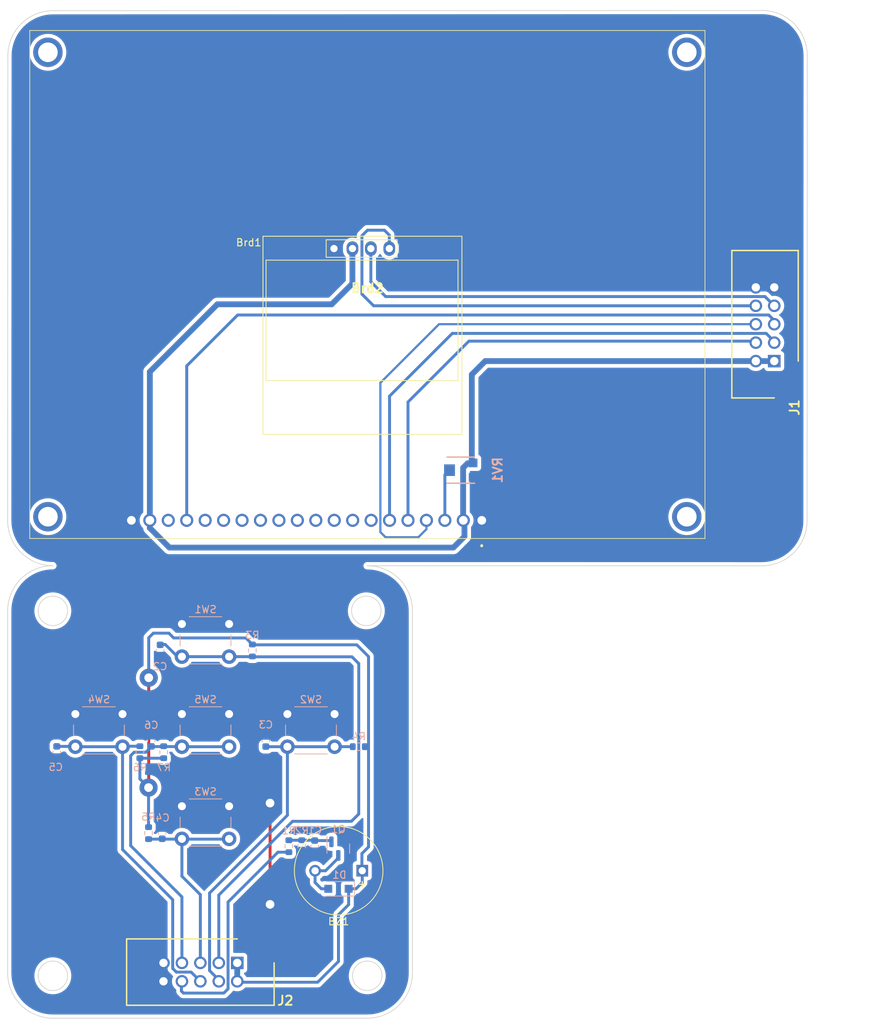
<source format=kicad_pcb>
(kicad_pcb (version 20211014) (generator pcbnew)
  (layers (0 "F.Cu" signal) (31 "B.Cu" signal) (34 "B.Paste" user) (35 "F.Paste" user) (36 "B.SilkS" user "B.Silkscreen") (37 "F.SilkS" user "F.Silkscreen") (38 "B.Mask" user) (39 "F.Mask" user) (44 "Edge.Cuts" user))
  (net 0 "")
  (net 1 "/I2C_SDA")
  (net 2 "/I2C_SCL")
  (net 3 "GND")
  (net 4 "+3V3")
  (net 5 "Net-(BZ1-Pad2)")
  (net 6 "Net-(C1-Pad1)")
  (net 7 "Net-(Brd2-Pad3)")
  (net 17 "/LCD_RST")
  (net 18 "/LCD_RW")
  (net 19 "/LCD_CS")
  (net 20 "/LCD_CLK")
  (net 22 "/UP_BTN")
  (net 23 "/LT_BTN")
  (net 24 "/DWN_BTN")
  (net 25 "/RT_BTN")
  (net 26 "/OK_BTN")
  (net 27 "/BUZZER")
  (footprint "footprint_lib:SHDR10W66P254_2X5_2019X914X986P" (layer "F.Cu") (at 126.6906 161.8788)
    (fp_text reference "J2" (at 6.634 5.2024) (layer "F.SilkS") (effects (font (size 1.27 1.27) (thickness 0.254))))
    (fp_text value "USER BOARD BUTTON" hide)
    (fp_line (start 0 -3.302) (end -15.24 -3.302) (layer "F.SilkS") (width 0.2))
    (fp_line (start -15.24 5.842) (end 5.08 5.842) (layer "F.SilkS") (width 0.2))
    (fp_line (start -15.24 -3.302) (end -15.24 5.842) (layer "F.SilkS") (width 0.2))
    (fp_line (start 5.08 5.842) (end 5.08 0) (layer "F.SilkS") (width 0.2))
    (pad "1" thru_hole rect locked (at 0 0) (size 1.725 1.725) (drill 1.15) (layers *.Cu *.Mask) (net 4 "+3V3"))
    (pad "2" thru_hole circle locked (at 0 2.54) (size 1.725 1.725) (drill 1.15) (layers *.Cu *.Mask) (net 4 "+3V3"))
    (pad "3" thru_hole circle locked (at -2.54 0) (size 1.725 1.725) (drill 1.15) (layers *.Cu *.Mask) (net 22 "/UP_BTN"))
    (pad "4" thru_hole circle locked (at -2.54 2.54) (size 1.725 1.725) (drill 1.15) (layers *.Cu *.Mask) (net 23 "/LT_BTN"))
    (pad "5" thru_hole circle locked (at -5.08 0) (size 1.725 1.725) (drill 1.15) (layers *.Cu *.Mask) (net 24 "/DWN_BTN"))
    (pad "6" thru_hole circle locked (at -5.08 2.54) (size 1.725 1.725) (drill 1.15) (layers *.Cu *.Mask) (net 25 "/RT_BTN"))
    (pad "7" thru_hole circle locked (at -7.62 0) (size 1.725 1.725) (drill 1.15) (layers *.Cu *.Mask) (net 26 "/OK_BTN"))
    (pad "8" thru_hole circle locked (at -7.62 2.54) (size 1.725 1.725) (drill 1.15) (layers *.Cu *.Mask) (net 27 "/BUZZER"))
    (pad "9" thru_hole circle locked (at -10.16 0) (size 1.725 1.725) (drill 1.15) (layers *.Cu *.Mask) (net 3 "GND"))
    (pad "10" thru_hole circle locked (at -10.16 2.54) (size 1.725 1.725) (drill 1.15) (layers *.Cu *.Mask) (net 3 "GND"))
  )
  (footprint "Buzzer_Beeper:MagneticBuzzer_ProSignal_ABT-410-RC" (layer "F.Cu") (at 143.9106 149.1788 180)
    (fp_text reference "BZ1" (at 3.25 -7) (layer "F.SilkS"))
    (fp_text value "3V3 Buzzer")
    (fp_text user "+" (at 0 -1.8) (layer "F.SilkS"))
    (fp_circle (center 3.25 0) (end 9.35 0) (layer "F.SilkS") (width 0.12) (fill none))
    (pad "1" thru_hole rect (at 0 0 180) (size 1.6 1.6) (drill 1) (layers *.Cu *.Mask) (net 4 "+3V3"))
    (pad "2" thru_hole circle (at 6.5 0 180) (size 1.6 1.6) (drill 1) (layers *.Cu *.Mask) (net 5 "Net-(BZ1-Pad2)"))
  )
  (footprint "footprint_lib:SHDR10W66P254_2X5_2019X914X986P" (layer "F.Cu") (at 200.66 78.9478 -90)
    (fp_text reference "J1" (at 6.3962 -2.794 90) (layer "F.SilkS") (effects (font (size 1.27 1.27) (thickness 0.254))))
    (fp_text value "USER BOARD DISPLAY" hide)
    (fp_line (start 0 -3.302) (end -15.24 -3.302) (layer "F.SilkS") (width 0.2))
    (fp_line (start 5.08 5.842) (end 5.08 0) (layer "F.SilkS") (width 0.2))
    (fp_line (start -15.24 -3.302) (end -15.24 5.842) (layer "F.SilkS") (width 0.2))
    (fp_line (start -15.24 5.842) (end 5.08 5.842) (layer "F.SilkS") (width 0.2))
    (pad "1" thru_hole rect locked (at 0 0 270) (size 1.725 1.725) (drill 1.15) (layers *.Cu *.Mask) (net 4 "+3V3"))
    (pad "2" thru_hole circle locked (at 0 2.54 270) (size 1.725 1.725) (drill 1.15) (layers *.Cu *.Mask) (net 4 "+3V3"))
    (pad "3" thru_hole circle locked (at -2.54 0 270) (size 1.725 1.725) (drill 1.15) (layers *.Cu *.Mask) (net 20 "/LCD_CLK"))
    (pad "4" thru_hole circle locked (at -2.54 2.54 270) (size 1.725 1.725) (drill 1.15) (layers *.Cu *.Mask) (net 18 "/LCD_RW"))
    (pad "5" thru_hole circle locked (at -5.08 0 270) (size 1.725 1.725) (drill 1.15) (layers *.Cu *.Mask) (net 17 "/LCD_RST"))
    (pad "6" thru_hole circle locked (at -5.08 2.54 270) (size 1.725 1.725) (drill 1.15) (layers *.Cu *.Mask) (net 19 "/LCD_CS"))
    (pad "7" thru_hole circle locked (at -7.62 0 270) (size 1.725 1.725) (drill 1.15) (layers *.Cu *.Mask) (net 2 "/I2C_SCL"))
    (pad "8" thru_hole circle locked (at -7.62 2.54 270) (size 1.725 1.725) (drill 1.15) (layers *.Cu *.Mask) (net 1 "/I2C_SDA"))
    (pad "9" thru_hole circle locked (at -10.16 0 270) (size 1.725 1.725) (drill 1.15) (layers *.Cu *.Mask) (net 3 "GND"))
    (pad "10" thru_hole circle locked (at -10.16 2.54 270) (size 1.725 1.725) (drill 1.15) (layers *.Cu *.Mask) (net 3 "GND"))
  )
  (footprint "footprint_lib:NHD12864AZFSWGBWVZ" (layer "F.Cu") (at 160.371 100.8934)
    (fp_text reference "Brd2" (at -15.755 -32) (layer "F.SilkS") (effects (font (size 1.27 1.27) (thickness 0.254))))
    (fp_text value "12864 LCD" hide)
    (fp_line (start -62.26 -67.5) (end 30.75 -67.5) (layer "F.SilkS") (width 0.1))
    (fp_line (start 0 3.4) (end 0 3.4) (layer "F.SilkS") (width 0.2))
    (fp_line (start 0 3.6) (end 0 3.6) (layer "F.SilkS") (width 0.2))
    (fp_line (start -62.26 2.5) (end -62.26 -67.5) (layer "F.SilkS") (width 0.1))
    (fp_line (start 30.75 -67.5) (end 30.75 2.5) (layer "F.SilkS") (width 0.1))
    (fp_line (start 0 3.4) (end 0 3.4) (layer "F.SilkS") (width 0.2))
    (fp_line (start 30.75 2.5) (end -62.26 2.5) (layer "F.SilkS") (width 0.1))
    (fp_arc (start 0 3.6) (mid -0.1 3.5) (end 0 3.4) (layer "F.SilkS") (width 0.2))
    (fp_arc (start 0 3.4) (mid 0.1 3.5) (end 0 3.6) (layer "F.SilkS") (width 0.2))
    (fp_arc (start 0 3.6) (mid -0.1 3.5) (end 0 3.4) (layer "F.SilkS") (width 0.2))
    (pad "1" thru_hole circle locked (at 0 0) (size 1.8 1.8) (drill 1.2) (layers *.Cu *.Mask) (net 3 "GND"))
    (pad "2" thru_hole circle locked (at -2.54 0) (size 1.8 1.8) (drill 1.2) (layers *.Cu *.Mask) (net 4 "+3V3"))
    (pad "3" thru_hole circle locked (at -5.08 0) (size 1.8 1.8) (drill 1.2) (layers *.Cu *.Mask) (net 7 "Net-(Brd2-Pad3)"))
    (pad "4" thru_hole circle locked (at -7.62 0) (size 1.8 1.8) (drill 1.2) (layers *.Cu *.Mask) (net 19 "/LCD_CS"))
    (pad "5" thru_hole circle locked (at -10.16 0) (size 1.8 1.8) (drill 1.2) (layers *.Cu *.Mask) (net 18 "/LCD_RW"))
    (pad "6" thru_hole circle locked (at -12.7 0) (size 1.8 1.8) (drill 1.2) (layers *.Cu *.Mask) (net 20 "/LCD_CLK"))
    (pad "7" thru_hole circle locked (at -15.24 0) (size 1.8 1.8) (drill 1.2) (layers *.Cu *.Mask))
    (pad "8" thru_hole circle locked (at -17.78 0) (size 1.8 1.8) (drill 1.2) (layers *.Cu *.Mask))
    (pad "9" thru_hole circle locked (at -20.32 0) (size 1.8 1.8) (drill 1.2) (layers *.Cu *.Mask))
    (pad "10" thru_hole circle locked (at -22.86 0) (size 1.8 1.8) (drill 1.2) (layers *.Cu *.Mask))
    (pad "11" thru_hole circle locked (at -25.4 0) (size 1.8 1.8) (drill 1.2) (layers *.Cu *.Mask))
    (pad "12" thru_hole circle locked (at -27.94 0) (size 1.8 1.8) (drill 1.2) (layers *.Cu *.Mask))
    (pad "13" thru_hole circle locked (at -30.48 0) (size 1.8 1.8) (drill 1.2) (layers *.Cu *.Mask))
    (pad "14" thru_hole circle locked (at -33.02 0) (size 1.8 1.8) (drill 1.2) (layers *.Cu *.Mask))
    (pad "15" thru_hole circle locked (at -35.56 0) (size 1.8 1.8) (drill 1.2) (layers *.Cu *.Mask))
    (pad "16" thru_hole circle locked (at -38.1 0) (size 1.8 1.8) (drill 1.2) (layers *.Cu *.Mask))
    (pad "17" thru_hole circle locked (at -40.64 0) (size 1.8 1.8) (drill 1.2) (layers *.Cu *.Mask) (net 17 "/LCD_RST"))
    (pad "18" thru_hole circle locked (at -43.18 0) (size 1.8 1.8) (drill 1.2) (layers *.Cu *.Mask))
    (pad "19" thru_hole circle locked (at -45.72 0) (size 1.8 1.8) (drill 1.2) (layers *.Cu *.Mask) (net 4 "+3V3"))
    (pad "20" thru_hole circle locked (at -48.26 0) (size 1.8 1.8) (drill 1.2) (layers *.Cu *.Mask) (net 3 "GND"))
    (pad "MH1" thru_hole circle locked (at 28.24 -0.5) (size 4.05 4.05) (drill 2.7) (layers *.Cu *.Mask))
    (pad "MH2" thru_hole circle locked (at -59.76 -0.5) (size 4.05 4.05) (drill 2.7) (layers *.Cu *.Mask))
    (pad "MH3" thru_hole circle locked (at -59.76 -64.5) (size 4.05 4.05) (drill 2.7) (layers *.Cu *.Mask))
    (pad "MH4" thru_hole circle locked (at 28.24 -64.5) (size 4.05 4.05) (drill 2.7) (layers *.Cu *.Mask))
  )
  (footprint "footprint_lib:128x64OLED" (layer "F.Cu") (at 143.637 74.041)
    (fp_text reference "Brd1" (at -15.367 -11.43) (layer "F.SilkS"))
    (fp_text value "SSD1306")
    (fp_line (start 13.462 -9.017) (end 13.208 -9.005) (layer "F.SilkS") (width 0.12))
    (fp_line (start 10.122 7.595) (end 13.462 7.62) (layer "F.SilkS") (width 0.12))
    (fp_line (start 5.08 -9.398) (end -4.699 -9.398) (layer "F.SilkS") (width 0.12))
    (fp_line (start -4.699 -11.811) (end -4.699 -9.398) (layer "F.SilkS") (width 0.12))
    (fp_line (start 13.462 7.62) (end 13.462 -9.017) (layer "F.SilkS") (width 0.12))
    (fp_line (start 14 15) (end -13.4 15) (layer "F.SilkS") (width 0.12))
    (fp_line (start 10.122 -9.005) (end 13.208 -9.005) (layer "F.SilkS") (width 0.12))
    (fp_line (start -13.4 15) (end -13.4 -12.3) (layer "F.SilkS") (width 0.12))
    (fp_line (start -12.978 -9.005) (end 10.122 -9.005) (layer "F.SilkS") (width 0.12))
    (fp_line (start -4.699 -11.811) (end 5.08 -11.811) (layer "F.SilkS") (width 0.12))
    (fp_line (start 5.08 -11.811) (end 5.08 -9.398) (layer "F.SilkS") (width 0.12))
    (fp_line (start -13.4 -12.3) (end 14 -12.3) (layer "F.SilkS") (width 0.12))
    (fp_line (start 14 -12.3) (end 14 15) (layer "F.SilkS") (width 0.12))
    (fp_line (start 10.122 7.595) (end -12.978 7.595) (layer "F.SilkS") (width 0.12))
    (fp_line (start -12.978 7.595) (end -12.978 -9.005) (layer "F.SilkS") (width 0.12))
    (pad "1" thru_hole oval locked (at -3.62 -10.6 90) (size 2 1.6) (drill 1) (layers *.Cu *.Mask) (net 3 "GND"))
    (pad "2" thru_hole oval locked (at -1.08 -10.6 90) (size 2 1.6) (drill 1) (layers *.Cu *.Mask) (net 4 "+3V3"))
    (pad "3" thru_hole oval locked (at 1.46 -10.6 90) (size 2 1.6) (drill 1) (layers *.Cu *.Mask) (net 2 "/I2C_SCL"))
    (pad "4" thru_hole oval locked (at 4 -10.6 90) (size 2 1.6) (drill 1) (layers *.Cu *.Mask) (net 1 "/I2C_SDA"))
  )
  (footprint "Capacitor_SMD:C_0603_1608Metric" (layer "B.Cu") (at 114.8542 131.2718 90)
    (fp_text reference "C6" (at 2.159 0) (layer "B.SilkS") (effects (justify mirror)))
    (fp_text value "100nF")
    (fp_line (start -0.14058 -0.51) (end 0.14058 -0.51) (layer "B.SilkS") (width 0.12))
    (fp_line (start -0.14058 0.51) (end 0.14058 0.51) (layer "B.SilkS") (width 0.12))
    (pad "1" smd roundrect (at -0.775 0 90) (size 0.9 0.95) (layers "B.Cu" "B.Paste" "B.Mask") (net 26 "/OK_BTN"))
    (pad "2" smd roundrect (at 0.775 0 90) (size 0.9 0.95) (layers "B.Cu" "B.Paste" "B.Mask") (net 3 "GND"))
  )
  (footprint "Resistor_SMD:R_0603_1608Metric" (layer "B.Cu") (at 113.2794 132.8466 90)
    (fp_text reference "R6" (at -2.1082 0.0254) (layer "B.SilkS") (effects (justify mirror)))
    (fp_text value "1k")
    (fp_line (start -0.237258 -0.5225) (end 0.237258 -0.5225) (layer "B.SilkS") (width 0.12))
    (fp_line (start -0.237258 0.5225) (end 0.237258 0.5225) (layer "B.SilkS") (width 0.12))
    (pad "1" smd roundrect (at -0.825 0 90) (size 0.8 0.95) (layers "B.Cu" "B.Paste" "B.Mask") (net 4 "+3V3"))
    (pad "2" smd roundrect (at 0.825 0 90) (size 0.8 0.95) (layers "B.Cu" "B.Paste" "B.Mask") (net 25 "/RT_BTN"))
  )
  (footprint "Button_Switch_THT:SW_PUSH_6mm" (layer "B.Cu") (at 140.1006 127.5888 180)
    (fp_text reference "SW2" (at 3.25 2) (layer "B.SilkS") (effects (justify mirror)))
    (fp_text value "LT")
    (fp_line (start -0.25 -1.5) (end -0.25 -3) (layer "B.SilkS") (width 0.12))
    (fp_line (start 6.75 -3) (end 6.75 -1.5) (layer "B.SilkS") (width 0.12))
    (fp_line (start 1 -5.5) (end 5.5 -5.5) (layer "B.SilkS") (width 0.12))
    (fp_line (start 5.5 1) (end 1 1) (layer "B.SilkS") (width 0.12))
    (pad "1" thru_hole circle (at 6.5 0 90) (size 2 2) (drill 1.1) (layers *.Cu *.Mask) (net 3 "GND"))
    (pad "1" thru_hole circle (at 0 0 90) (size 2 2) (drill 1.1) (layers *.Cu *.Mask) (net 3 "GND"))
    (pad "2" thru_hole circle (at 6.5 -4.5 90) (size 2 2) (drill 1.1) (layers *.Cu *.Mask) (net 23 "/LT_BTN"))
    (pad "2" thru_hole circle (at 0 -4.5 90) (size 2 2) (drill 1.1) (layers *.Cu *.Mask) (net 23 "/LT_BTN"))
  )
  (footprint "Resistor_SMD:R_0603_1608Metric" (layer "B.Cu") (at 135.5806 145.8006 -90)
    (fp_text reference "R2" (at -2.1844 0 180) (layer "B.SilkS") (effects (justify mirror)))
    (fp_text value "100k")
    (fp_line (start -0.237258 -0.5225) (end 0.237258 -0.5225) (layer "B.SilkS") (width 0.12))
    (fp_line (start -0.237258 0.5225) (end 0.237258 0.5225) (layer "B.SilkS") (width 0.12))
    (pad "1" smd roundrect (at -0.825 0 270) (size 0.8 0.95) (layers "B.Cu" "B.Paste" "B.Mask") (net 6 "Net-(C1-Pad1)"))
    (pad "2" smd roundrect (at 0.825 0 270) (size 0.8 0.95) (layers "B.Cu" "B.Paste" "B.Mask") (net 3 "GND"))
  )
  (footprint "Button_Switch_THT:SW_PUSH_6mm" (layer "B.Cu") (at 110.8906 127.5888 180)
    (fp_text reference "SW4" (at 3.25 2) (layer "B.SilkS") (effects (justify mirror)))
    (fp_text value "RT")
    (fp_line (start 6.75 -3) (end 6.75 -1.5) (layer "B.SilkS") (width 0.12))
    (fp_line (start 1 -5.5) (end 5.5 -5.5) (layer "B.SilkS") (width 0.12))
    (fp_line (start 5.5 1) (end 1 1) (layer "B.SilkS") (width 0.12))
    (fp_line (start -0.25 -1.5) (end -0.25 -3) (layer "B.SilkS") (width 0.12))
    (pad "1" thru_hole circle (at 6.5 0 90) (size 2 2) (drill 1.1) (layers *.Cu *.Mask) (net 3 "GND"))
    (pad "1" thru_hole circle (at 0 0 90) (size 2 2) (drill 1.1) (layers *.Cu *.Mask) (net 3 "GND"))
    (pad "2" thru_hole circle (at 0 -4.5 90) (size 2 2) (drill 1.1) (layers *.Cu *.Mask) (net 25 "/RT_BTN"))
    (pad "2" thru_hole circle (at 6.5 -4.5 90) (size 2 2) (drill 1.1) (layers *.Cu *.Mask) (net 25 "/RT_BTN"))
  )
  (footprint "Capacitor_SMD:C_0603_1608Metric" (layer "B.Cu") (at 137.3586 145.8006 -90)
    (fp_text reference "C1" (at -2.2098 -0.0254 180) (layer "B.SilkS") (effects (justify mirror)))
    (fp_text value "100nF")
    (fp_line (start -0.14058 -0.51) (end 0.14058 -0.51) (layer "B.SilkS") (width 0.12))
    (fp_line (start -0.14058 0.51) (end 0.14058 0.51) (layer "B.SilkS") (width 0.12))
    (pad "1" smd roundrect (at -0.775 0 270) (size 0.9 0.95) (layers "B.Cu" "B.Paste" "B.Mask") (net 6 "Net-(C1-Pad1)"))
    (pad "2" smd roundrect (at 0.775 0 270) (size 0.9 0.95) (layers "B.Cu" "B.Paste" "B.Mask") (net 3 "GND"))
  )
  (footprint "Button_Switch_THT:SW_PUSH_6mm" (layer "B.Cu") (at 125.5706 127.5888 180)
    (fp_text reference "SW5" (at 3.25 2) (layer "B.SilkS") (effects (justify mirror)))
    (fp_text value "OK")
    (fp_line (start 1 -5.5) (end 5.5 -5.5) (layer "B.SilkS") (width 0.12))
    (fp_line (start 6.75 -3) (end 6.75 -1.5) (layer "B.SilkS") (width 0.12))
    (fp_line (start 5.5 1) (end 1 1) (layer "B.SilkS") (width 0.12))
    (fp_line (start -0.25 -1.5) (end -0.25 -3) (layer "B.SilkS") (width 0.12))
    (pad "1" thru_hole circle (at 6.5 0 90) (size 2 2) (drill 1.1) (layers *.Cu *.Mask) (net 3 "GND"))
    (pad "1" thru_hole circle (at 0 0 90) (size 2 2) (drill 1.1) (layers *.Cu *.Mask) (net 3 "GND"))
    (pad "2" thru_hole circle (at 0 -4.5 90) (size 2 2) (drill 1.1) (layers *.Cu *.Mask) (net 26 "/OK_BTN"))
    (pad "2" thru_hole circle (at 6.5 -4.5 90) (size 2 2) (drill 1.1) (layers *.Cu *.Mask) (net 26 "/OK_BTN"))
  )
  (footprint "Capacitor_SMD:C_0603_1608Metric" (layer "B.Cu") (at 116.3528 143.9972 90)
    (fp_text reference "C4" (at 2.1082 0.0508 180) (layer "B.SilkS") (effects (justify mirror)))
    (fp_text value "100nF")
    (fp_line (start -0.14058 0.51) (end 0.14058 0.51) (layer "B.SilkS") (width 0.12))
    (fp_line (start -0.14058 -0.51) (end 0.14058 -0.51) (layer "B.SilkS") (width 0.12))
    (pad "1" smd roundrect (at -0.775 0 90) (size 0.9 0.95) (layers "B.Cu" "B.Paste" "B.Mask") (net 24 "/DWN_BTN"))
    (pad "2" smd roundrect (at 0.775 0 90) (size 0.9 0.95) (layers "B.Cu" "B.Paste" "B.Mask") (net 3 "GND"))
  )
  (footprint "Capacitor_SMD:C_0603_1608Metric" (layer "B.Cu") (at 101.824 132.8212 -90)
    (fp_text reference "C5" (at 2.0828 0.127) (layer "B.SilkS") (effects (justify mirror)))
    (fp_text value "100nF")
    (fp_line (start -0.14058 -0.51) (end 0.14058 -0.51) (layer "B.SilkS") (width 0.12))
    (fp_line (start -0.14058 0.51) (end 0.14058 0.51) (layer "B.SilkS") (width 0.12))
    (pad "1" smd roundrect (at -0.775 0 270) (size 0.9 0.95) (layers "B.Cu" "B.Paste" "B.Mask") (net 25 "/RT_BTN"))
    (pad "2" smd roundrect (at 0.775 0 270) (size 0.9 0.95) (layers "B.Cu" "B.Paste" "B.Mask") (net 3 "GND"))
  )
  (footprint "Resistor_SMD:R_0603_1608Metric" (layer "B.Cu") (at 128.7734 118.8258 -90)
    (fp_text reference "R3" (at -2.1082 0 180) (layer "B.SilkS") (effects (justify mirror)))
    (fp_text value "1k")
    (fp_line (start -0.237258 -0.5225) (end 0.237258 -0.5225) (layer "B.SilkS") (width 0.12))
    (fp_line (start -0.237258 0.5225) (end 0.237258 0.5225) (layer "B.SilkS") (width 0.12))
    (pad "1" smd roundrect (at -0.825 0 270) (size 0.8 0.95) (layers "B.Cu" "B.Paste" "B.Mask") (net 4 "+3V3"))
    (pad "2" smd roundrect (at 0.825 0 270) (size 0.8 0.95) (layers "B.Cu" "B.Paste" "B.Mask") (net 22 "/UP_BTN"))
  )
  (footprint "footprint_lib:TC33X2503E" (layer "B.Cu") (at 157.48 93.98 -90)
    (fp_text reference "RV1" (at 0 -5.08 90) (layer "B.SilkS") (effects (font (size 1.27 1.27) (thickness 0.254)) (justify mirror)))
    (fp_text value "10K" hide)
    (fp_line (start -1.052 -2.625) (end -1.052 -2.625) (layer "B.SilkS") (width 0.022))
    (fp_line (start -1.03 -2.625) (end -1.03 -2.625) (layer "B.SilkS") (width 0.022))
    (fp_line (start -1.8 1.9) (end -1.8 -1.9) (layer "B.SilkS") (width 0.2))
    (fp_line (start 1.8 -1.9) (end 1.8 1.9) (layer "B.SilkS") (width 0.2))
    (fp_arc (start -1.052 -2.625) (mid -1.041 -2.636) (end -1.03 -2.625) (layer "B.SilkS") (width 0.022))
    (fp_arc (start -1.03 -2.625) (mid -1.041 -2.614) (end -1.052 -2.625) (layer "B.SilkS") (width 0.022))
    (pad "1" smd rect locked (at -1 -1.7 180) (size 1.2 1.2) (layers "B.Cu" "B.Paste" "B.Mask") (net 4 "+3V3"))
    (pad "2" smd rect locked (at 0 1.55 180) (size 1.5 1.6) (layers "B.Cu" "B.Paste" "B.Mask") (net 7 "Net-(Brd2-Pad3)"))
    (pad "3" smd rect locked (at 1 -1.7 180) (size 1.2 1.2) (layers "B.Cu" "B.Paste" "B.Mask") (net 3 "GND"))
  )
  (footprint "Resistor_SMD:R_0603_1608Metric" (layer "B.Cu") (at 143.4292 132.0846 180)
    (fp_text reference "R4" (at 0 1.397 180) (layer "B.SilkS") (effects (justify mirror)))
    (fp_text value "1k")
    (fp_line (start -0.237258 -0.5225) (end 0.237258 -0.5225) (layer "B.SilkS") (width 0.12))
    (fp_line (start -0.237258 0.5225) (end 0.237258 0.5225) (layer "B.SilkS") (width 0.12))
    (pad "1" smd roundrect (at -0.825 0 180) (size 0.8 0.95) (layers "B.Cu" "B.Paste" "B.Mask") (net 4 "+3V3"))
    (pad "2" smd roundrect (at 0.825 0 180) (size 0.8 0.95) (layers "B.Cu" "B.Paste" "B.Mask") (net 23 "/LT_BTN"))
  )
  (footprint "Resistor_SMD:R_0603_1608Metric" (layer "B.Cu") (at 114.4732 143.9972 -90)
    (fp_text reference "R5" (at -2.2352 0.0254 180) (layer "B.SilkS") (effects (justify mirror)))
    (fp_text value "1k")
    (fp_line (start -0.237258 0.5225) (end 0.237258 0.5225) (layer "B.SilkS") (width 0.12))
    (fp_line (start -0.237258 -0.5225) (end 0.237258 -0.5225) (layer "B.SilkS") (width 0.12))
    (pad "1" smd roundrect (at -0.825 0 270) (size 0.8 0.95) (layers "B.Cu" "B.Paste" "B.Mask") (net 4 "+3V3"))
    (pad "2" smd roundrect (at 0.825 0 270) (size 0.8 0.95) (layers "B.Cu" "B.Paste" "B.Mask") (net 24 "/DWN_BTN"))
  )
  (footprint "Button_Switch_THT:SW_PUSH_6mm" (layer "B.Cu") (at 125.5706 115.1788 180)
    (fp_text reference "SW1" (at 3.25 2) (layer "B.SilkS") (effects (justify mirror)))
    (fp_text value "UP")
    (fp_line (start -0.25 -1.5) (end -0.25 -3) (layer "B.SilkS") (width 0.12))
    (fp_line (start 5.5 1) (end 1 1) (layer "B.SilkS") (width 0.12))
    (fp_line (start 6.75 -3) (end 6.75 -1.5) (layer "B.SilkS") (width 0.12))
    (fp_line (start 1 -5.5) (end 5.5 -5.5) (layer "B.SilkS") (width 0.12))
    (pad "1" thru_hole circle (at 6.5 0 90) (size 2 2) (drill 1.1) (layers *.Cu *.Mask) (net 3 "GND"))
    (pad "1" thru_hole circle (at 0 0 90) (size 2 2) (drill 1.1) (layers *.Cu *.Mask) (net 3 "GND"))
    (pad "2" thru_hole circle (at 6.5 -4.5 90) (size 2 2) (drill 1.1) (layers *.Cu *.Mask) (net 22 "/UP_BTN"))
    (pad "2" thru_hole circle (at 0 -4.5 90) (size 2 2) (drill 1.1) (layers *.Cu *.Mask) (net 22 "/UP_BTN"))
  )
  (footprint "Capacitor_SMD:C_0603_1608Metric" (layer "B.Cu") (at 130.6276 131.2972 90)
    (fp_text reference "C3" (at 2.2352 0 180) (layer "B.SilkS") (effects (justify mirror)))
    (fp_text value "100nF")
    (fp_line (start -0.14058 -0.51) (end 0.14058 -0.51) (layer "B.SilkS") (width 0.12))
    (fp_line (start -0.14058 0.51) (end 0.14058 0.51) (layer "B.SilkS") (width 0.12))
    (pad "1" smd roundrect (at -0.775 0 90) (size 0.9 0.95) (layers "B.Cu" "B.Paste" "B.Mask") (net 23 "/LT_BTN"))
    (pad "2" smd roundrect (at 0.775 0 90) (size 0.9 0.95) (layers "B.Cu" "B.Paste" "B.Mask") (net 3 "GND"))
  )
  (footprint "Button_Switch_THT:SW_PUSH_6mm" (layer "B.Cu") (at 125.5706 140.2888 180)
    (fp_text reference "SW3" (at 3.25 2) (layer "B.SilkS") (effects (justify mirror)))
    (fp_text value "DWN")
    (fp_line (start 5.5 1) (end 1 1) (layer "B.SilkS") (width 0.12))
    (fp_line (start -0.25 -1.5) (end -0.25 -3) (layer "B.SilkS") (width 0.12))
    (fp_line (start 1 -5.5) (end 5.5 -5.5) (layer "B.SilkS") (width 0.12))
    (fp_line (start 6.75 -3) (end 6.75 -1.5) (layer "B.SilkS") (width 0.12))
    (pad "1" thru_hole circle (at 6.5 0 90) (size 2 2) (drill 1.1) (layers *.Cu *.Mask) (net 3 "GND"))
    (pad "1" thru_hole circle (at 0 0 90) (size 2 2) (drill 1.1) (layers *.Cu *.Mask) (net 3 "GND"))
    (pad "2" thru_hole circle (at 0 -4.5 90) (size 2 2) (drill 1.1) (layers *.Cu *.Mask) (net 24 "/DWN_BTN"))
    (pad "2" thru_hole circle (at 6.5 -4.5 90) (size 2 2) (drill 1.1) (layers *.Cu *.Mask) (net 24 "/DWN_BTN"))
  )
  (footprint "Diode_SMD:D_SOD-123F" (layer "B.Cu") (at 140.6352 151.668 180)
    (fp_text reference "D1" (at -0.127 1.905) (layer "B.SilkS") (effects (justify mirror)))
    (fp_text value "DSS34")
    (fp_line (start -2.2 1) (end 1.65 1) (layer "B.SilkS") (width 0.12))
    (fp_line (start -2.2 1) (end -2.2 -1) (layer "B.SilkS") (width 0.12))
    (fp_line (start -2.2 -1) (end 1.65 -1) (layer "B.SilkS") (width 0.12))
    (pad "1" smd rect (at -1.4 0 180) (size 1.1 1.1) (layers "B.Cu" "B.Paste" "B.Mask") (net 4 "+3V3"))
    (pad "2" smd rect (at 1.4 0 180) (size 1.1 1.1) (layers "B.Cu" "B.Paste" "B.Mask") (net 5 "Net-(BZ1-Pad2)"))
  )
  (footprint "Capacitor_SMD:C_0603_1608Metric" (layer "B.Cu") (at 116.0734 118.8258 -90)
    (fp_text reference "C2" (at 2.2098 0) (layer "B.SilkS") (effects (justify mirror)))
    (fp_text value "100nF")
    (fp_line (start -0.14058 -0.51) (end 0.14058 -0.51) (layer "B.SilkS") (width 0.12))
    (fp_line (start -0.14058 0.51) (end 0.14058 0.51) (layer "B.SilkS") (width 0.12))
    (pad "1" smd roundrect (at -0.775 0 270) (size 0.9 0.95) (layers "B.Cu" "B.Paste" "B.Mask") (net 22 "/UP_BTN"))
    (pad "2" smd roundrect (at 0.775 0 270) (size 0.9 0.95) (layers "B.Cu" "B.Paste" "B.Mask") (net 3 "GND"))
  )
  (footprint "Resistor_SMD:R_0603_1608Metric" (layer "B.Cu") (at 133.8026 145.8006 -90)
    (fp_text reference "R1" (at -2.1336 0 180) (layer "B.SilkS") (effects (justify mirror)))
    (fp_text value "100")
    (fp_line (start -0.237258 0.5225) (end 0.237258 0.5225) (layer "B.SilkS") (width 0.12))
    (fp_line (start -0.237258 -0.5225) (end 0.237258 -0.5225) (layer "B.SilkS") (width 0.12))
    (pad "1" smd roundrect (at -0.825 0 270) (size 0.8 0.95) (layers "B.Cu" "B.Paste" "B.Mask") (net 6 "Net-(C1-Pad1)"))
    (pad "2" smd roundrect (at 0.825 0 270) (size 0.8 0.95) (layers "B.Cu" "B.Paste" "B.Mask") (net 27 "/BUZZER"))
  )
  (footprint "Package_TO_SOT_SMD:SOT-23" (layer "B.Cu") (at 140.6098 146.1308 -90)
    (fp_text reference "Q1" (at -2.667 0 180) (layer "B.SilkS") (effects (justify mirror)))
    (fp_text value "DMN13H750S")
    (fp_line (start 0 -1.56) (end 0.65 -1.56) (layer "B.SilkS") (width 0.12))
    (fp_line (start 0 -1.56) (end -0.65 -1.56) (layer "B.SilkS") (width 0.12))
    (fp_line (start 0 1.56) (end -1.675 1.56) (layer "B.SilkS") (width 0.12))
    (fp_line (start 0 1.56) (end 0.65 1.56) (layer "B.SilkS") (width 0.12))
    (pad "1" smd roundrect (at -0.9375 0.95 270) (size 1.475 0.6) (layers "B.Cu" "B.Paste" "B.Mask") (net 6 "Net-(C1-Pad1)"))
    (pad "2" smd roundrect (at -0.9375 -0.95 270) (size 1.475 0.6) (layers "B.Cu" "B.Paste" "B.Mask") (net 3 "GND"))
    (pad "3" smd roundrect (at 0.9375 0 270) (size 1.475 0.6) (layers "B.Cu" "B.Paste" "B.Mask") (net 5 "Net-(BZ1-Pad2)"))
  )
  (footprint "Resistor_SMD:R_0603_1608Metric" (layer "B.Cu") (at 116.556 132.8466 90)
    (fp_text reference "R7" (at -2.096 0.0254) (layer "B.SilkS") (effects (justify mirror)))
    (fp_text value "1k")
    (fp_line (start -0.237258 -0.5225) (end 0.237258 -0.5225) (layer "B.SilkS") (width 0.12))
    (fp_line (start -0.237258 0.5225) (end 0.237258 0.5225) (layer "B.SilkS") (width 0.12))
    (pad "1" smd roundrect (at -0.825 0 90) (size 0.8 0.95) (layers "B.Cu" "B.Paste" "B.Mask") (net 4 "+3V3"))
    (pad "2" smd roundrect (at 0.825 0 90) (size 0.8 0.95) (layers "B.Cu" "B.Paste" "B.Mask") (net 26 "/OK_BTN"))
  )
  (gr_line (start 101.3206 30.6578) (end 198.9836 30.6324) (layer "Edge.Cuts") (width 0.1))
  (gr_line (start 101.2906 169.4988) (end 144.5976 169.4988) (layer "Edge.Cuts") (width 0.1))
  (gr_circle (center 144.4706 113.364805) (end 144.4706 111.332805) (layer "Edge.Cuts") (width 0.1) (fill none))
  (gr_line (start 205.2066 36.8554) (end 205.1812 100.9396) (layer "Edge.Cuts") (width 0.1))
  (gr_arc (start 198.9836 30.6324) (mid 203.383925 32.455075) (end 205.2066 36.8554) (layer "Edge.Cuts") (width 0.1))
  (gr_circle (center 101.290605 113.364805) (end 101.290605 111.332805) (layer "Edge.Cuts") (width 0.1) (fill none))
  (gr_circle (center 101.290625 163.6568) (end 101.290625 161.6248) (layer "Edge.Cuts") (width 0.1) (fill none))
  (gr_arc (start 150.8206 163.2758) (mid 148.997925 167.676125) (end 144.5976 169.4988) (layer "Edge.Cuts") (width 0.1))
  (gr_arc (start 101.2906 107.1418) (mid 96.890275 105.319125) (end 95.0676 100.9188) (layer "Edge.Cuts") (width 0.1))
  (gr_line (start 150.8206 163.2758) (end 150.8206 113.3648) (layer "Edge.Cuts") (width 0.1))
  (gr_line (start 95.0676 100.9188) (end 95.0976 36.8808) (layer "Edge.Cuts") (width 0.1))
  (gr_circle (center 144.597598 163.6568) (end 144.597598 161.6248) (layer "Edge.Cuts") (width 0.1) (fill none))
  (gr_arc (start 95.0676 113.3648) (mid 96.890275 108.964475) (end 101.2906 107.1418) (layer "Edge.Cuts") (width 0.1))
  (gr_arc (start 101.2906 169.4988) (mid 96.890275 167.676125) (end 95.0676 163.2758) (layer "Edge.Cuts") (width 0.1))
  (gr_arc (start 144.5872 107.1522) (mid 148.993613 108.964468) (end 150.8206 113.3648) (layer "Edge.Cuts") (width 0.1))
  (gr_arc (start 95.0976 36.8808) (mid 96.920275 32.480475) (end 101.3206 30.6578) (layer "Edge.Cuts") (width 0.1))
  (gr_line (start 95.0676 113.3648) (end 95.0676 163.2758) (layer "Edge.Cuts") (width 0.1))
  (gr_arc (start 205.1812 100.9396) (mid 203.358525 105.339925) (end 198.9582 107.1626) (layer "Edge.Cuts") (width 0.1))
  (gr_line (start 198.9582 107.1626) (end 144.5872 107.1522) (layer "Edge.Cuts") (width 0.1))
  (segment (start 147.637 61.5818) (end 147.637 63.441) (width 0.4) (layer "B.Cu") (net 1))
  (segment (start 198.12 71.3278) (end 145.4704 71.3278) (width 0.4) (layer "B.Cu") (net 1))
  (segment (start 143.8656 69.723) (end 143.8656 61.6712) (width 0.4) (layer "B.Cu") (net 1))
  (segment (start 146.9644 60.9092) (end 147.637 61.5818) (width 0.4) (layer "B.Cu") (net 1))
  (segment (start 145.4704 71.3278) (end 143.8656 69.723) (width 0.4) (layer "B.Cu") (net 1))
  (segment (start 143.8656 61.6712) (end 144.6276 60.9092) (width 0.4) (layer "B.Cu") (net 1))
  (segment (start 144.6276 60.9092) (end 146.9644 60.9092) (width 0.4) (layer "B.Cu") (net 1))
  (segment (start 145.097 68.0172) (end 145.097 63.441) (width 0.4) (layer "B.Cu") (net 2))
  (segment (start 147.1376 70.0578) (end 145.097 68.0172) (width 0.4) (layer "B.Cu") (net 2))
  (segment (start 199.39 70.0578) (end 147.1376 70.0578) (width 0.4) (layer "B.Cu") (net 2))
  (segment (start 200.66 71.3278) (end 199.39 70.0578) (width 0.4) (layer "B.Cu") (net 2))
  (segment (start 131.2118 153.8178) (end 131.2118 139.857) (width 0.4) (layer "F.Cu") (net 3))
  (via (at 131.2118 153.8178) (size 2.5) (drill 1.2) (layers "F.Cu" "B.Cu") (net 3))
  (via (at 131.2118 139.857) (size 2.5) (drill 1.2) (layers "F.Cu" "B.Cu") (net 3))
  (segment (start 114.4986 137.698) (end 114.4732 137.7234) (width 0.4) (layer "F.Cu") (net 4))
  (segment (start 114.4986 122.585) (end 114.4986 137.698) (width 0.4) (layer "F.Cu") (net 4))
  (via (at 114.4986 122.585) (size 2.5) (drill 1.2) (layers "F.Cu" "B.Cu") (net 4))
  (via (at 114.4732 137.7234) (size 2.5) (drill 1.2) (layers "F.Cu" "B.Cu") (net 4))
  (segment (start 142.0352 153.8494) (end 140.6352 155.2494) (width 0.4) (layer "B.Cu") (net 4))
  (segment (start 127.8712 117.0986) (end 128.7734 118.0008) (width 0.4) (layer "B.Cu") (net 4))
  (segment (start 113.2794 133.6716) (end 116.556 133.6716) (width 0.4) (layer "B.Cu") (net 4))
  (segment (start 157.988 101.0504) (end 157.831 100.8934) (width 0.8) (layer "B.Cu") (net 4))
  (segment (start 137.765 164.5458) (end 126.8176 164.5458) (width 0.4) (layer "B.Cu") (net 4))
  (segment (start 159.004 80.7974) (end 159.004 92.804) (width 0.8) (layer "B.Cu") (net 4))
  (segment (start 157.8056 93.6544) (end 158.4244 93.0356) (width 0.8) (layer "B.Cu") (net 4))
  (segment (start 114.651 100.8934) (end 114.651 80.421) (width 0.8) (layer "B.Cu") (net 4))
  (segment (start 160.8536 78.9478) (end 159.004 80.7974) (width 0.8) (layer "B.Cu") (net 4))
  (segment (start 117.9276 117.0986) (end 127.8712 117.0986) (width 0.4) (layer "B.Cu") (net 4))
  (segment (start 117.348 104.648) (end 156.464 104.648) (width 0.8) (layer "B.Cu") (net 4))
  (segment (start 114.651 80.421) (end 123.952 71.12) (width 0.8) (layer "B.Cu") (net 4))
  (segment (start 200.66 78.9478) (end 198.12 78.9478) (width 0.8) (layer "B.Cu") (net 4))
  (segment (start 159.004 92.804) (end 159.18 92.98) (width 0.8) (layer "B.Cu") (net 4))
  (segment (start 114.4732 143.1722) (end 114.4732 137.7234) (width 0.4) (layer "B.Cu") (net 4))
  (segment (start 142.0352 151.668) (end 142.0352 153.8494) (width 0.4) (layer "B.Cu") (net 4))
  (segment (start 114.4986 117.0732) (end 115.1336 116.4382) (width 0.4) (layer "B.Cu") (net 4))
  (segment (start 115.1336 116.4382) (end 117.2672 116.4382) (width 0.4) (layer "B.Cu") (net 4))
  (segment (start 140.6352 155.2494) (end 140.6352 161.6756) (width 0.4) (layer "B.Cu") (net 4))
  (segment (start 157.8056 100.868) (end 157.8056 93.6544) (width 0.8) (layer "B.Cu") (net 4))
  (segment (start 142.0352 151.668) (end 143.0482 151.668) (width 0.4) (layer "B.Cu") (net 4))
  (segment (start 117.2672 116.4382) (end 117.9276 117.0986) (width 0.4) (layer "B.Cu") (net 4))
  (segment (start 198.12 78.9478) (end 160.8536 78.9478) (width 0.8) (layer "B.Cu") (net 4))
  (segment (start 142.557 68.263) (end 142.557 63.441) (width 0.8) (layer "B.Cu") (net 4))
  (segment (start 158.4244 93.0356) (end 159.1244 93.0356) (width 0.8) (layer "B.Cu") (net 4))
  (segment (start 139.7 71.12) (end 142.557 68.263) (width 0.8) (layer "B.Cu") (net 4))
  (segment (start 126.6906 161.8788) (end 126.6906 164.4188) (width 0.8) (layer "B.Cu") (net 4))
  (segment (start 144.7754 119.664) (end 144.7754 145.9022) (width 0.4) (layer "B.Cu") (net 4))
  (segment (start 113.2794 133.6716) (end 113.2794 136.5296) (width 0.4) (layer "B.Cu") (net 4))
  (segment (start 157.988 103.124) (end 157.988 101.0504) (width 0.8) (layer "B.Cu") (net 4))
  (segment (start 114.651 101.951) (end 117.348 104.648) (width 0.8) (layer "B.Cu") (net 4))
  (segment (start 143.861 146.8166) (end 143.861 149.1292) (width 0.4) (layer "B.Cu") (net 4))
  (segment (start 123.952 71.12) (end 139.7 71.12) (width 0.8) (layer "B.Cu") (net 4))
  (segment (start 143.163 118.0516) (end 144.7754 119.664) (width 0.4) (layer "B.Cu") (net 4))
  (segment (start 114.4986 122.585) (end 114.4986 117.0732) (width 0.4) (layer "B.Cu") (net 4))
  (segment (start 144.7754 145.9022) (end 143.861 146.8166) (width 0.4) (layer "B.Cu") (net 4))
  (segment (start 114.651 100.8934) (end 114.651 101.951) (width 0.8) (layer "B.Cu") (net 4))
  (segment (start 143.9106 150.8056) (end 143.9106 149.1788) (width 0.4) (layer "B.Cu") (net 4))
  (segment (start 128.7988 118.0516) (end 143.163 118.0516) (width 0.4) (layer "B.Cu") (net 4))
  (segment (start 156.464 104.648) (end 157.988 103.124) (width 0.8) (layer "B.Cu") (net 4))
  (segment (start 157.831 100.8934) (end 157.8056 100.868) (width 0.8) (layer "B.Cu") (net 4))
  (segment (start 143.0482 151.668) (end 143.9106 150.8056) (width 0.4) (layer "B.Cu") (net 4))
  (segment (start 140.6352 161.6756) (end 137.765 164.5458) (width 0.4) (layer "B.Cu") (net 4))
  (segment (start 113.2794 136.5296) (end 114.4732 137.7234) (width 0.4) (layer "B.Cu") (net 4))
  (segment (start 138.8572 149.1788) (end 140.6098 147.4262) (width 0.4) (layer "B.Cu") (net 5))
  (segment (start 137.4106 149.1788) (end 138.8572 149.1788) (width 0.4) (layer "B.Cu") (net 5))
  (segment (start 139.2352 151.668) (end 138.273 151.668) (width 0.4) (layer "B.Cu") (net 5))
  (segment (start 138.273 151.668) (end 137.4106 150.8056) (width 0.4) (layer "B.Cu") (net 5))
  (segment (start 137.4106 150.8056) (end 137.4106 149.1788) (width 0.4) (layer "B.Cu") (net 5))
  (segment (start 135.5806 144.9756) (end 137.3086 144.9756) (width 0.4) (layer "B.Cu") (net 6))
  (segment (start 137.3332 145.0256) (end 139.4921 145.0256) (width 0.4) (layer "B.Cu") (net 6))
  (segment (start 133.8026 144.9756) (end 135.5806 144.9756) (width 0.4) (layer "B.Cu") (net 6))
  (segment (start 139.4921 145.0256) (end 139.6598 145.1933) (width 0.4) (layer "B.Cu") (net 6))
  (segment (start 155.291 94.619) (end 155.93 93.98) (width 0.4) (layer "B.Cu") (net 7))
  (segment (start 155.291 100.8934) (end 155.291 94.619) (width 0.4) (layer "B.Cu") (net 7))
  (segment (start 119.731 79.6082) (end 119.731 100.8934) (width 0.4) (layer "B.Cu") (net 17))
  (segment (start 126.7414 72.5978) (end 119.731 79.6082) (width 0.4) (layer "B.Cu") (net 17))
  (segment (start 200.66 73.3598) (end 199.898 72.5978) (width 0.4) (layer "B.Cu") (net 17))
  (segment (start 199.898 72.5978) (end 126.7414 72.5978) (width 0.4) (layer "B.Cu") (net 17))
  (segment (start 197.9122 76.2) (end 158.5976 76.2) (width 0.4) (layer "B.Cu") (net 18))
  (segment (start 150.211 84.5866) (end 150.211 100.8934) (width 0.4) (layer "B.Cu") (net 18))
  (segment (start 158.5976 76.2) (end 150.211 84.5866) (width 0.4) (layer "B.Cu") (net 18))
  (segment (start 147.1168 103.2256) (end 151.638 103.2256) (width 0.3) (layer "B.Cu") (net 19))
  (segment (start 146.4056 81.9404) (end 146.4056 102.5144) (width 0.3) (layer "B.Cu") (net 19))
  (segment (start 152.751 102.1126) (end 152.751 100.8934) (width 0.3) (layer "B.Cu") (net 19))
  (segment (start 198.1154 73.8632) (end 154.4828 73.8632) (width 0.3) (layer "B.Cu") (net 19))
  (segment (start 146.4056 102.5144) (end 147.1168 103.2256) (width 0.3) (layer "B.Cu") (net 19))
  (segment (start 151.638 103.2256) (end 152.751 102.1126) (width 0.3) (layer "B.Cu") (net 19))
  (segment (start 154.4828 73.8632) (end 146.4056 81.9404) (width 0.3) (layer "B.Cu") (net 19))
  (segment (start 147.671 83.7738) (end 156.3116 75.1332) (width 0.4) (layer "B.Cu") (net 20))
  (segment (start 147.671 100.8934) (end 147.671 83.7738) (width 0.4) (layer "B.Cu") (net 20))
  (segment (start 199.547 75.1332) (end 200.66 76.2462) (width 0.4) (layer "B.Cu") (net 20))
  (segment (start 156.3116 75.1332) (end 199.547 75.1332) (width 0.4) (layer "B.Cu") (net 20))
  (segment (start 116.7722 118.0006) (end 118.4504 119.6788) (width 0.4) (layer "B.Cu") (net 22))
  (segment (start 142.5016 119.7016) (end 143.4292 120.6292) (width 0.4) (layer "B.Cu") (net 22))
  (segment (start 116.0734 118.0006) (end 116.7722 118.0006) (width 0.4) (layer "B.Cu") (net 22))
  (segment (start 134.3106 142.3716) (end 124.1506 152.5316) (width 0.4) (layer "B.Cu") (net 22))
  (segment (start 143.4292 120.6292) (end 143.4292 141.3556) (width 0.4) (layer "B.Cu") (net 22))
  (segment (start 128.7988 119.7016) (end 142.5016 119.7016) (width 0.4) (layer "B.Cu") (net 22))
  (segment (start 143.4292 141.3556) (end 142.4132 142.3716) (width 0.4) (layer "B.Cu") (net 22))
  (segment (start 124.1506 152.5316) (end 124.1506 161.8788) (width 0.4) (layer "B.Cu") (net 22))
  (segment (start 125.5706 119.6788) (end 128.776 119.6788) (width 0.4) (layer "B.Cu") (net 22))
  (segment (start 119.0706 119.6788) (end 125.5706 119.6788) (width 0.4) (layer "B.Cu") (net 22))
  (segment (start 142.4132 142.3716) (end 134.3106 142.3716) (width 0.4) (layer "B.Cu") (net 22))
  (segment (start 133.6006 141.5322) (end 133.6006 132.0888) (width 0.4) (layer "B.Cu") (net 23))
  (segment (start 133.6006 132.0888) (end 140.1006 132.0888) (width 0.4) (layer "B.Cu") (net 23))
  (segment (start 122.8806 162.9456) (end 122.8806 152.2522) (width 0.4) (layer "B.Cu") (net 23))
  (segment (start 133.6006 132.0888) (end 130.6442 132.0888) (width 0.4) (layer "B.Cu") (net 23))
  (segment (start 142.6042 132.0846) (end 140.1048 132.0846) (width 0.4) (layer "B.Cu") (net 23))
  (segment (start 122.8806 152.2522) (end 133.6006 141.5322) (width 0.4) (layer "B.Cu") (net 23))
  (segment (start 124.1506 164.2156) (end 122.8806 162.9456) (width 0.4) (layer "B.Cu") (net 23))
  (segment (start 121.6106 152.4808) (end 119.0706 149.9408) (width 0.4) (layer "B.Cu") (net 24))
  (segment (start 121.6106 161.8788) (end 121.6106 152.4808) (width 0.4) (layer "B.Cu") (net 24))
  (segment (start 119.0706 149.9408) (end 119.0706 144.7888) (width 0.4) (layer "B.Cu") (net 24))
  (segment (start 114.4732 144.8222) (end 125.5372 144.8222) (width 0.4) (layer "B.Cu") (net 24))
  (segment (start 120.3406 163.1488) (end 118.3086 163.1488) (width 0.4) (layer "B.Cu") (net 25))
  (segment (start 121.6106 164.4188) (end 120.3406 163.1488) (width 0.4) (layer "B.Cu") (net 25))
  (segment (start 110.8906 146.2566) (end 110.8906 132.0888) (width 0.4) (layer "B.Cu") (net 25))
  (segment (start 117.8006 153.1666) (end 110.8906 146.2566) (width 0.4) (layer "B.Cu") (net 25))
  (segment (start 118.3086 163.1488) (end 117.8006 162.6408) (width 0.4) (layer "B.Cu") (net 25))
  (segment (start 113.2794 132.0216) (end 110.9578 132.0216) (width 0.4) (layer "B.Cu") (net 25))
  (segment (start 104.3906 132.0888) (end 110.8906 132.0888) (width 0.4) (layer "B.Cu") (net 25))
  (segment (start 117.8006 162.6408) (end 117.8006 153.1666) (width 0.4) (layer "B.Cu") (net 25))
  (segment (start 101.824 132.0462) (end 104.348 132.0462) (width 0.4) (layer "B.Cu") (net 25))
  (segment (start 112.0094 133.3292) (end 112.492 132.8466) (width 0.4) (layer "B.Cu") (net 26))
  (segment (start 119.0706 152.7856) (end 112.0094 145.7244) (width 0.4) (layer "B.Cu") (net 26))
  (segment (start 112.0094 145.7244) (end 112.0094 133.3292) (width 0.4) (layer "B.Cu") (net 26))
  (segment (start 112.492 132.8466) (end 114.1046 132.8466) (width 0.4) (layer "B.Cu") (net 26))
  (segment (start 119.0706 132.0888) (end 125.5706 132.0888) (width 0.4) (layer "B.Cu") (net 26))
  (segment (start 114.7018 132.0722) (end 119.054 132.0722) (width 0.4) (layer "B.Cu") (net 26))
  (segment (start 119.0706 161.8788) (end 119.0706 152.7856) (width 0.4) (layer "B.Cu") (net 26))
  (segment (start 114.1046 132.8466) (end 114.8796 132.0716) (width 0.4) (layer "B.Cu") (net 26))
  (segment (start 125.4252 153.4922) (end 125.4252 165.4556) (width 0.4) (layer "B.Cu") (net 27))
  (segment (start 118.999 164.4904) (end 119.0706 164.4188) (width 0.4) (layer "B.Cu") (net 27))
  (segment (start 124.841 166.0398) (end 119.2784 166.0398) (width 0.4) (layer "B.Cu") (net 27))
  (segment (start 119.2784 166.0398) (end 118.999 165.7604) (width 0.4) (layer "B.Cu") (net 27))
  (segment (start 133.8026 146.6256) (end 132.2918 146.6256) (width 0.4) (layer "B.Cu") (net 27))
  (segment (start 132.2918 146.6256) (end 125.4252 153.4922) (width 0.4) (layer "B.Cu") (net 27))
  (segment (start 125.4252 165.4556) (end 124.841 166.0398) (width 0.4) (layer "B.Cu") (net 27))
  (segment (start 118.999 165.7604) (end 118.999 164.4904) (width 0.4) (layer "B.Cu") (net 27))
  (zone (net 3) (net_name "GND") (layer "B.Cu") (connect_pads yes (clearance 0.508)) (min_thickness 0.254) (fill yes (thermal_gap 0.508) (thermal_bridge_width 0.508) (smoothing fillet) (radius 2))
    (polygon (pts (xy 94.174165 29.281242) (xy 214.70427 29.187679) (xy 214.82076 106.835677) (xy 94.011255 107.00544)))
  )
  (zone (net 3) (net_name "GND") (layer "B.Cu") (connect_pads yes (clearance 0.508)) (min_thickness 0.254) (fill yes (thermal_gap 0.508) (thermal_bridge_width 0.508) (smoothing fillet) (radius 2))
    (polygon (pts (xy 152.168992 106.857799) (xy 152.1668 170.0576) (xy 94.1532 170.1592) (xy 94.079192 106.679999)))
  )
)
</source>
